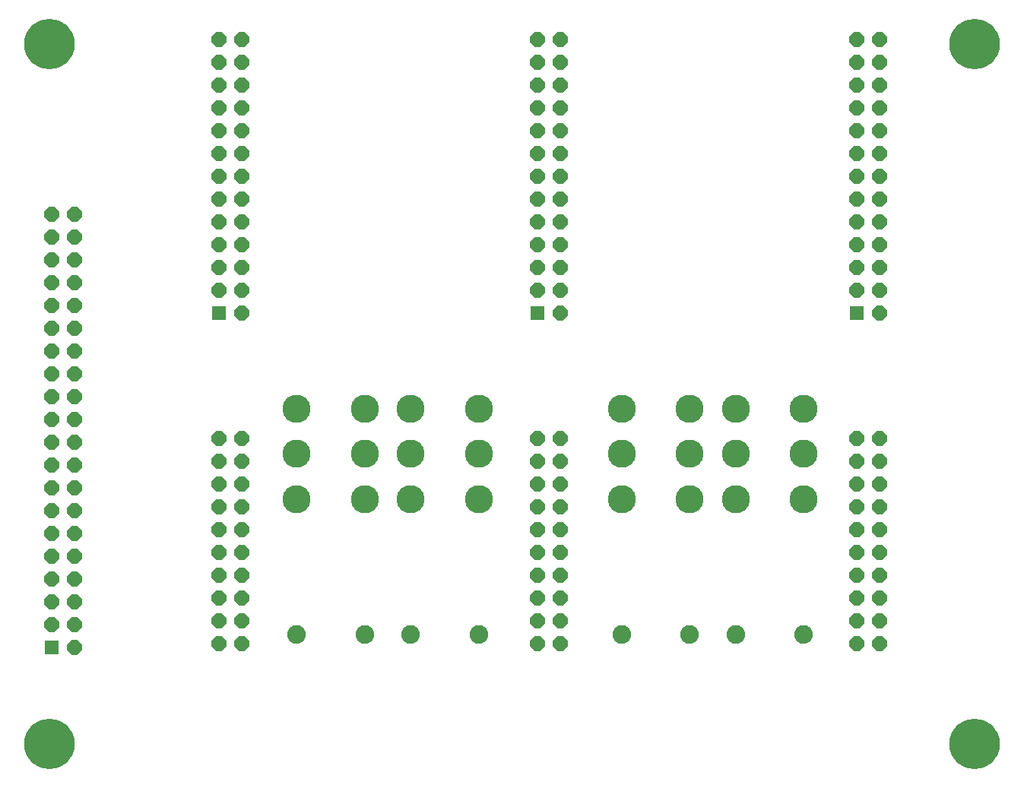
<source format=gbs>
G75*
%MOIN*%
%OFA0B0*%
%FSLAX25Y25*%
%IPPOS*%
%LPD*%
%AMOC8*
5,1,8,0,0,1.08239X$1,22.5*
%
%ADD10C,0.12311*%
%ADD11C,0.08177*%
%ADD12OC8,0.06406*%
%ADD13R,0.06406X0.06406*%
%ADD14C,0.22154*%
D10*
X0175902Y0143933D03*
X0175902Y0163776D03*
X0175902Y0183618D03*
X0205665Y0183618D03*
X0225902Y0183618D03*
X0225902Y0163776D03*
X0225902Y0143933D03*
X0205665Y0143933D03*
X0205665Y0163776D03*
X0255665Y0163776D03*
X0255665Y0143933D03*
X0255665Y0183618D03*
X0318421Y0183618D03*
X0318421Y0163776D03*
X0318421Y0143933D03*
X0348185Y0143933D03*
X0348185Y0163776D03*
X0368421Y0163776D03*
X0368421Y0143933D03*
X0398185Y0143933D03*
X0398185Y0163776D03*
X0398185Y0183618D03*
X0368421Y0183618D03*
X0348185Y0183618D03*
D11*
X0348185Y0084406D03*
X0368421Y0084406D03*
X0398185Y0084406D03*
X0318421Y0084406D03*
X0255665Y0084406D03*
X0225902Y0084406D03*
X0205665Y0084406D03*
X0175902Y0084406D03*
D12*
X0151807Y0080350D03*
X0141807Y0080350D03*
X0141807Y0090350D03*
X0151807Y0090350D03*
X0151807Y0100350D03*
X0141807Y0100350D03*
X0141807Y0110350D03*
X0151807Y0110350D03*
X0151807Y0120350D03*
X0141807Y0120350D03*
X0141807Y0130350D03*
X0151807Y0130350D03*
X0151807Y0140350D03*
X0141807Y0140350D03*
X0141807Y0150350D03*
X0151807Y0150350D03*
X0151807Y0160350D03*
X0141807Y0160350D03*
X0141807Y0170350D03*
X0151807Y0170350D03*
X0151807Y0225547D03*
X0151807Y0235547D03*
X0141807Y0235547D03*
X0141807Y0245547D03*
X0151807Y0245547D03*
X0151807Y0255547D03*
X0141807Y0255547D03*
X0141807Y0265547D03*
X0151807Y0265547D03*
X0151807Y0275547D03*
X0141807Y0275547D03*
X0141807Y0285547D03*
X0151807Y0285547D03*
X0151807Y0295547D03*
X0141807Y0295547D03*
X0141807Y0305547D03*
X0151807Y0305547D03*
X0151807Y0315547D03*
X0141807Y0315547D03*
X0141807Y0325547D03*
X0151807Y0325547D03*
X0151807Y0335547D03*
X0141807Y0335547D03*
X0141807Y0345547D03*
X0151807Y0345547D03*
X0078343Y0268776D03*
X0078343Y0258776D03*
X0068343Y0258776D03*
X0068343Y0268776D03*
X0068343Y0248776D03*
X0078343Y0248776D03*
X0078343Y0238776D03*
X0078343Y0228776D03*
X0068343Y0228776D03*
X0068343Y0238776D03*
X0068343Y0218776D03*
X0078343Y0218776D03*
X0078343Y0208776D03*
X0078343Y0198776D03*
X0068343Y0198776D03*
X0068343Y0208776D03*
X0068343Y0188776D03*
X0078343Y0188776D03*
X0078343Y0178776D03*
X0078343Y0168776D03*
X0068343Y0168776D03*
X0068343Y0178776D03*
X0068343Y0158776D03*
X0078343Y0158776D03*
X0078343Y0148776D03*
X0078343Y0138776D03*
X0068343Y0138776D03*
X0068343Y0148776D03*
X0068343Y0128776D03*
X0078343Y0128776D03*
X0078343Y0118776D03*
X0078343Y0108776D03*
X0068343Y0108776D03*
X0068343Y0118776D03*
X0068343Y0098776D03*
X0078343Y0098776D03*
X0078343Y0088776D03*
X0078343Y0078776D03*
X0068343Y0088776D03*
X0281571Y0090350D03*
X0291571Y0090350D03*
X0291571Y0100350D03*
X0281571Y0100350D03*
X0281571Y0110350D03*
X0291571Y0110350D03*
X0291571Y0120350D03*
X0281571Y0120350D03*
X0281571Y0130350D03*
X0291571Y0130350D03*
X0291571Y0140350D03*
X0281571Y0140350D03*
X0281571Y0150350D03*
X0291571Y0150350D03*
X0291571Y0160350D03*
X0281571Y0160350D03*
X0281571Y0170350D03*
X0291571Y0170350D03*
X0291571Y0225547D03*
X0291571Y0235547D03*
X0281571Y0235547D03*
X0281571Y0245547D03*
X0291571Y0245547D03*
X0291571Y0255547D03*
X0281571Y0255547D03*
X0281571Y0265547D03*
X0291571Y0265547D03*
X0291571Y0275547D03*
X0281571Y0275547D03*
X0281571Y0285547D03*
X0291571Y0285547D03*
X0291571Y0295547D03*
X0281571Y0295547D03*
X0281571Y0305547D03*
X0291571Y0305547D03*
X0291571Y0315547D03*
X0281571Y0315547D03*
X0281571Y0325547D03*
X0291571Y0325547D03*
X0291571Y0335547D03*
X0281571Y0335547D03*
X0281571Y0345547D03*
X0291571Y0345547D03*
X0421335Y0345547D03*
X0431335Y0345547D03*
X0431335Y0335547D03*
X0431335Y0325547D03*
X0421335Y0325547D03*
X0421335Y0335547D03*
X0421335Y0315547D03*
X0431335Y0315547D03*
X0431335Y0305547D03*
X0421335Y0305547D03*
X0421335Y0295547D03*
X0431335Y0295547D03*
X0431335Y0285547D03*
X0421335Y0285547D03*
X0421335Y0275547D03*
X0431335Y0275547D03*
X0431335Y0265547D03*
X0431335Y0255547D03*
X0421335Y0255547D03*
X0421335Y0265547D03*
X0421335Y0245547D03*
X0431335Y0245547D03*
X0431335Y0235547D03*
X0431335Y0225547D03*
X0421335Y0235547D03*
X0421335Y0170350D03*
X0431335Y0170350D03*
X0431335Y0160350D03*
X0431335Y0150350D03*
X0421335Y0150350D03*
X0421335Y0160350D03*
X0421335Y0140350D03*
X0431335Y0140350D03*
X0431335Y0130350D03*
X0431335Y0120350D03*
X0421335Y0120350D03*
X0421335Y0130350D03*
X0421335Y0110350D03*
X0431335Y0110350D03*
X0431335Y0100350D03*
X0431335Y0090350D03*
X0421335Y0090350D03*
X0421335Y0100350D03*
X0421335Y0080350D03*
X0431335Y0080350D03*
X0291571Y0080350D03*
X0281571Y0080350D03*
D13*
X0281571Y0225547D03*
X0421335Y0225547D03*
X0141807Y0225547D03*
X0068343Y0078776D03*
D14*
X0067555Y0036492D03*
X0067555Y0343579D03*
X0473067Y0343579D03*
X0473067Y0036492D03*
M02*

</source>
